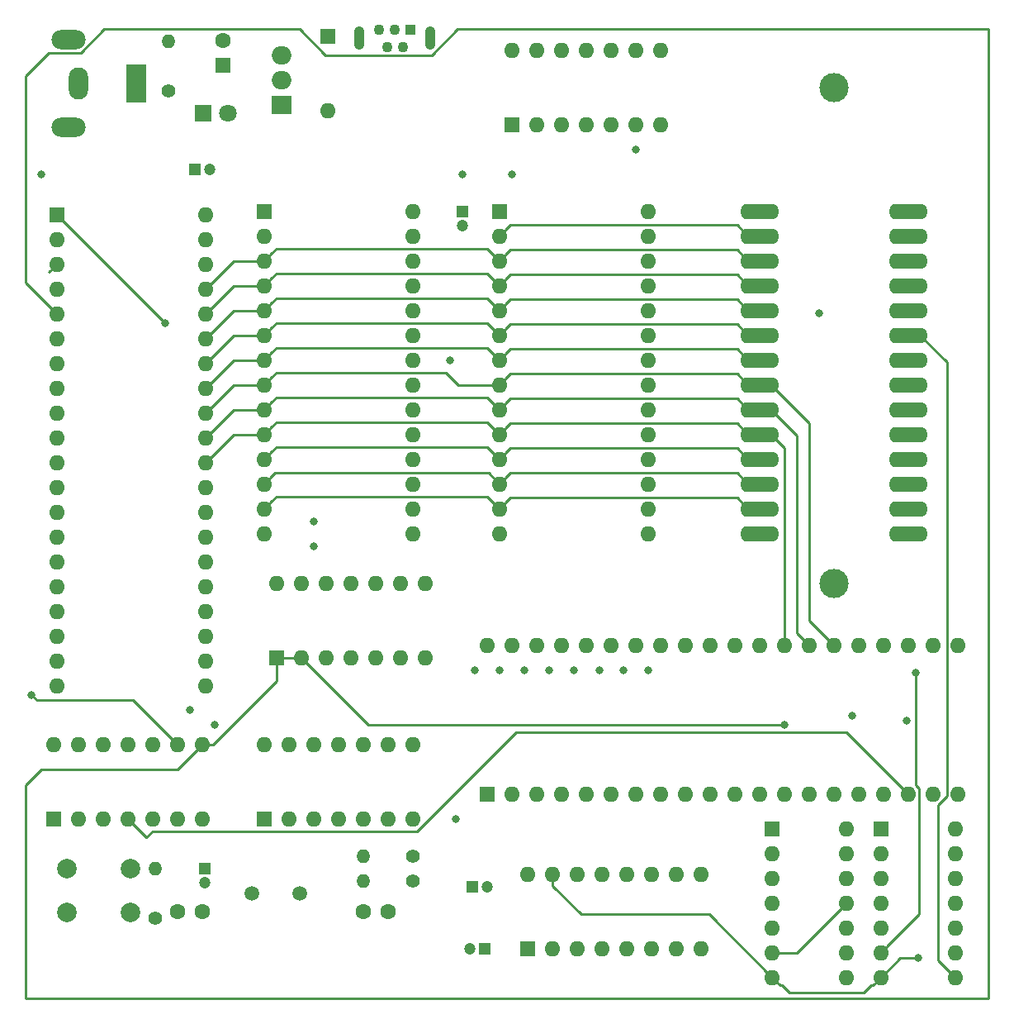
<source format=gbr>
G04 #@! TF.GenerationSoftware,KiCad,Pcbnew,(5.0.0)*
G04 #@! TF.CreationDate,2018-09-23T22:59:08+02:00*
G04 #@! TF.ProjectId,RED_80,5245445F38302E6B696361645F706362,rev?*
G04 #@! TF.SameCoordinates,Original*
G04 #@! TF.FileFunction,Copper,L4,Bot,Signal*
G04 #@! TF.FilePolarity,Positive*
%FSLAX46Y46*%
G04 Gerber Fmt 4.6, Leading zero omitted, Abs format (unit mm)*
G04 Created by KiCad (PCBNEW (5.0.0)) date 09/23/18 22:59:08*
%MOMM*%
%LPD*%
G01*
G04 APERTURE LIST*
G04 #@! TA.AperFunction,ComponentPad*
%ADD10R,2.000000X4.000000*%
G04 #@! TD*
G04 #@! TA.AperFunction,ComponentPad*
%ADD11O,2.000000X3.300000*%
G04 #@! TD*
G04 #@! TA.AperFunction,ComponentPad*
%ADD12O,3.500000X2.000000*%
G04 #@! TD*
G04 #@! TA.AperFunction,ComponentPad*
%ADD13R,1.600000X1.600000*%
G04 #@! TD*
G04 #@! TA.AperFunction,ComponentPad*
%ADD14O,1.600000X1.600000*%
G04 #@! TD*
G04 #@! TA.AperFunction,WasherPad*
%ADD15C,3.000000*%
G04 #@! TD*
G04 #@! TA.AperFunction,ComponentPad*
%ADD16O,4.000000X1.600000*%
G04 #@! TD*
G04 #@! TA.AperFunction,ComponentPad*
%ADD17R,1.200000X1.200000*%
G04 #@! TD*
G04 #@! TA.AperFunction,ComponentPad*
%ADD18C,1.200000*%
G04 #@! TD*
G04 #@! TA.AperFunction,ComponentPad*
%ADD19C,1.400000*%
G04 #@! TD*
G04 #@! TA.AperFunction,ComponentPad*
%ADD20O,1.400000X1.400000*%
G04 #@! TD*
G04 #@! TA.AperFunction,ComponentPad*
%ADD21C,2.000000*%
G04 #@! TD*
G04 #@! TA.AperFunction,ComponentPad*
%ADD22C,1.600000*%
G04 #@! TD*
G04 #@! TA.AperFunction,ComponentPad*
%ADD23C,1.500000*%
G04 #@! TD*
G04 #@! TA.AperFunction,ComponentPad*
%ADD24C,1.800000*%
G04 #@! TD*
G04 #@! TA.AperFunction,ComponentPad*
%ADD25R,1.800000X1.800000*%
G04 #@! TD*
G04 #@! TA.AperFunction,ComponentPad*
%ADD26R,1.100000X1.100000*%
G04 #@! TD*
G04 #@! TA.AperFunction,ComponentPad*
%ADD27C,1.100000*%
G04 #@! TD*
G04 #@! TA.AperFunction,ComponentPad*
%ADD28O,1.100000X2.400000*%
G04 #@! TD*
G04 #@! TA.AperFunction,ComponentPad*
%ADD29R,2.000000X1.905000*%
G04 #@! TD*
G04 #@! TA.AperFunction,ComponentPad*
%ADD30O,2.000000X1.905000*%
G04 #@! TD*
G04 #@! TA.AperFunction,ViaPad*
%ADD31C,0.800000*%
G04 #@! TD*
G04 #@! TA.AperFunction,Conductor*
%ADD32C,0.250000*%
G04 #@! TD*
G04 APERTURE END LIST*
D10*
G04 #@! TO.P,J1,1*
G04 #@! TO.N,/DC_IN*
X113919000Y-56769000D03*
D11*
G04 #@! TO.P,J1,2*
G04 #@! TO.N,GND*
X107919000Y-56769000D03*
D12*
G04 #@! TO.P,J1,MP*
G04 #@! TO.N,N/C*
X106919000Y-52269000D03*
X106919000Y-61269000D03*
G04 #@! TD*
D13*
G04 #@! TO.P,U2,1*
G04 #@! TO.N,/A14*
X127000000Y-69850000D03*
D14*
G04 #@! TO.P,U2,15*
G04 #@! TO.N,/D3*
X142240000Y-102870000D03*
G04 #@! TO.P,U2,2*
G04 #@! TO.N,/A12*
X127000000Y-72390000D03*
G04 #@! TO.P,U2,16*
G04 #@! TO.N,/D4*
X142240000Y-100330000D03*
G04 #@! TO.P,U2,3*
G04 #@! TO.N,/A7*
X127000000Y-74930000D03*
G04 #@! TO.P,U2,17*
G04 #@! TO.N,/D5*
X142240000Y-97790000D03*
G04 #@! TO.P,U2,4*
G04 #@! TO.N,/A6*
X127000000Y-77470000D03*
G04 #@! TO.P,U2,18*
G04 #@! TO.N,/D6*
X142240000Y-95250000D03*
G04 #@! TO.P,U2,5*
G04 #@! TO.N,/A5*
X127000000Y-80010000D03*
G04 #@! TO.P,U2,19*
G04 #@! TO.N,/D7*
X142240000Y-92710000D03*
G04 #@! TO.P,U2,6*
G04 #@! TO.N,/A4*
X127000000Y-82550000D03*
G04 #@! TO.P,U2,20*
G04 #@! TO.N,/RAM_ENABLE*
X142240000Y-90170000D03*
G04 #@! TO.P,U2,7*
G04 #@! TO.N,/A3*
X127000000Y-85090000D03*
G04 #@! TO.P,U2,21*
G04 #@! TO.N,/A10*
X142240000Y-87630000D03*
G04 #@! TO.P,U2,8*
G04 #@! TO.N,/A2*
X127000000Y-87630000D03*
G04 #@! TO.P,U2,22*
G04 #@! TO.N,SIG_MRD*
X142240000Y-85090000D03*
G04 #@! TO.P,U2,9*
G04 #@! TO.N,/A1*
X127000000Y-90170000D03*
G04 #@! TO.P,U2,23*
G04 #@! TO.N,/A11*
X142240000Y-82550000D03*
G04 #@! TO.P,U2,10*
G04 #@! TO.N,/A0*
X127000000Y-92710000D03*
G04 #@! TO.P,U2,24*
G04 #@! TO.N,/A9*
X142240000Y-80010000D03*
G04 #@! TO.P,U2,11*
G04 #@! TO.N,/D0*
X127000000Y-95250000D03*
G04 #@! TO.P,U2,25*
G04 #@! TO.N,/A8*
X142240000Y-77470000D03*
G04 #@! TO.P,U2,12*
G04 #@! TO.N,/D1*
X127000000Y-97790000D03*
G04 #@! TO.P,U2,26*
G04 #@! TO.N,SYS_USER_SELECT*
X142240000Y-74930000D03*
G04 #@! TO.P,U2,13*
G04 #@! TO.N,/D2*
X127000000Y-100330000D03*
G04 #@! TO.P,U2,27*
G04 #@! TO.N,SIG_MWR*
X142240000Y-72390000D03*
G04 #@! TO.P,U2,14*
G04 #@! TO.N,GND*
X127000000Y-102870000D03*
G04 #@! TO.P,U2,28*
G04 #@! TO.N,MAIN_5V*
X142240000Y-69850000D03*
G04 #@! TD*
D13*
G04 #@! TO.P,U11,1*
G04 #@! TO.N,Net-(C7-Pad1)*
X154051000Y-145415000D03*
D14*
G04 #@! TO.P,U11,9*
G04 #@! TO.N,Net-(U11-Pad9)*
X171831000Y-137795000D03*
G04 #@! TO.P,U11,2*
G04 #@! TO.N,Net-(U11-Pad2)*
X156591000Y-145415000D03*
G04 #@! TO.P,U11,10*
G04 #@! TO.N,Net-(U11-Pad10)*
X169291000Y-137795000D03*
G04 #@! TO.P,U11,3*
G04 #@! TO.N,Net-(C7-Pad2)*
X159131000Y-145415000D03*
G04 #@! TO.P,U11,11*
G04 #@! TO.N,Net-(U10-Pad11)*
X166751000Y-137795000D03*
G04 #@! TO.P,U11,4*
G04 #@! TO.N,Net-(C8-Pad1)*
X161671000Y-145415000D03*
G04 #@! TO.P,U11,12*
G04 #@! TO.N,Net-(U10-Pad10)*
X164211000Y-137795000D03*
G04 #@! TO.P,U11,5*
G04 #@! TO.N,Net-(C8-Pad2)*
X164211000Y-145415000D03*
G04 #@! TO.P,U11,13*
G04 #@! TO.N,RS232_RX*
X161671000Y-137795000D03*
G04 #@! TO.P,U11,6*
G04 #@! TO.N,Net-(U11-Pad6)*
X166751000Y-145415000D03*
G04 #@! TO.P,U11,14*
G04 #@! TO.N,RS232_TX*
X159131000Y-137795000D03*
G04 #@! TO.P,U11,7*
G04 #@! TO.N,Net-(U11-Pad7)*
X169291000Y-145415000D03*
G04 #@! TO.P,U11,15*
G04 #@! TO.N,GND*
X156591000Y-137795000D03*
G04 #@! TO.P,U11,8*
G04 #@! TO.N,Net-(U11-Pad8)*
X171831000Y-145415000D03*
G04 #@! TO.P,U11,16*
G04 #@! TO.N,MAIN_5V*
X154051000Y-137795000D03*
G04 #@! TD*
G04 #@! TO.P,U6,28*
G04 #@! TO.N,Net-(U6-Pad28)*
X166370000Y-69850000D03*
G04 #@! TO.P,U6,14*
G04 #@! TO.N,GND*
X151130000Y-102870000D03*
G04 #@! TO.P,U6,27*
G04 #@! TO.N,MAIN_5V*
X166370000Y-72390000D03*
G04 #@! TO.P,U6,13*
G04 #@! TO.N,/D2*
X151130000Y-100330000D03*
G04 #@! TO.P,U6,26*
G04 #@! TO.N,Net-(U6-Pad26)*
X166370000Y-74930000D03*
G04 #@! TO.P,U6,12*
G04 #@! TO.N,/D1*
X151130000Y-97790000D03*
G04 #@! TO.P,U6,25*
G04 #@! TO.N,/A8*
X166370000Y-77470000D03*
G04 #@! TO.P,U6,11*
G04 #@! TO.N,/D0*
X151130000Y-95250000D03*
G04 #@! TO.P,U6,24*
G04 #@! TO.N,/A9*
X166370000Y-80010000D03*
G04 #@! TO.P,U6,10*
G04 #@! TO.N,/A0*
X151130000Y-92710000D03*
G04 #@! TO.P,U6,23*
G04 #@! TO.N,/A11*
X166370000Y-82550000D03*
G04 #@! TO.P,U6,9*
G04 #@! TO.N,/A1*
X151130000Y-90170000D03*
G04 #@! TO.P,U6,22*
G04 #@! TO.N,GND*
X166370000Y-85090000D03*
G04 #@! TO.P,U6,8*
G04 #@! TO.N,/A2*
X151130000Y-87630000D03*
G04 #@! TO.P,U6,21*
G04 #@! TO.N,/A10*
X166370000Y-87630000D03*
G04 #@! TO.P,U6,7*
G04 #@! TO.N,/A3*
X151130000Y-85090000D03*
G04 #@! TO.P,U6,20*
G04 #@! TO.N,SYS_ROM_ENABLE*
X166370000Y-90170000D03*
G04 #@! TO.P,U6,6*
G04 #@! TO.N,/A4*
X151130000Y-82550000D03*
G04 #@! TO.P,U6,19*
G04 #@! TO.N,/D7*
X166370000Y-92710000D03*
G04 #@! TO.P,U6,5*
G04 #@! TO.N,/A5*
X151130000Y-80010000D03*
G04 #@! TO.P,U6,18*
G04 #@! TO.N,/D6*
X166370000Y-95250000D03*
G04 #@! TO.P,U6,4*
G04 #@! TO.N,/A6*
X151130000Y-77470000D03*
G04 #@! TO.P,U6,17*
G04 #@! TO.N,/D5*
X166370000Y-97790000D03*
G04 #@! TO.P,U6,3*
G04 #@! TO.N,/A7*
X151130000Y-74930000D03*
G04 #@! TO.P,U6,16*
G04 #@! TO.N,/D4*
X166370000Y-100330000D03*
G04 #@! TO.P,U6,2*
G04 #@! TO.N,/A12*
X151130000Y-72390000D03*
G04 #@! TO.P,U6,15*
G04 #@! TO.N,/D3*
X166370000Y-102870000D03*
D13*
G04 #@! TO.P,U6,1*
G04 #@! TO.N,Net-(U6-Pad1)*
X151130000Y-69850000D03*
G04 #@! TD*
D15*
G04 #@! TO.P,U7,*
G04 #@! TO.N,*
X185420000Y-107950000D03*
X185420000Y-57150000D03*
D16*
G04 #@! TO.P,U7,14*
G04 #@! TO.N,GND*
X177800000Y-102870000D03*
G04 #@! TO.P,U7,15*
G04 #@! TO.N,/D3*
X193040000Y-102870000D03*
G04 #@! TO.P,U7,13*
G04 #@! TO.N,/D2*
X177800000Y-100330000D03*
G04 #@! TO.P,U7,16*
G04 #@! TO.N,/D4*
X193040000Y-100330000D03*
G04 #@! TO.P,U7,12*
G04 #@! TO.N,/D1*
X177800000Y-97790000D03*
G04 #@! TO.P,U7,17*
G04 #@! TO.N,/D5*
X193040000Y-97790000D03*
G04 #@! TO.P,U7,11*
G04 #@! TO.N,/D0*
X177800000Y-95250000D03*
G04 #@! TO.P,U7,18*
G04 #@! TO.N,/D6*
X193040000Y-95250000D03*
G04 #@! TO.P,U7,10*
G04 #@! TO.N,/A0*
X177800000Y-92710000D03*
G04 #@! TO.P,U7,19*
G04 #@! TO.N,/D7*
X193040000Y-92710000D03*
G04 #@! TO.P,U7,9*
G04 #@! TO.N,/A1*
X177800000Y-90170000D03*
G04 #@! TO.P,U7,20*
G04 #@! TO.N,USER_ROM_ENABLE*
X193040000Y-90170000D03*
G04 #@! TO.P,U7,8*
G04 #@! TO.N,/A2*
X177800000Y-87630000D03*
G04 #@! TO.P,U7,21*
G04 #@! TO.N,/A10*
X193040000Y-87630000D03*
G04 #@! TO.P,U7,7*
G04 #@! TO.N,/A3*
X177800000Y-85090000D03*
G04 #@! TO.P,U7,22*
G04 #@! TO.N,GND*
X193040000Y-85090000D03*
G04 #@! TO.P,U7,6*
G04 #@! TO.N,/A4*
X177800000Y-82550000D03*
G04 #@! TO.P,U7,23*
G04 #@! TO.N,/A11*
X193040000Y-82550000D03*
G04 #@! TO.P,U7,5*
G04 #@! TO.N,/A5*
X177800000Y-80010000D03*
G04 #@! TO.P,U7,24*
G04 #@! TO.N,/A9*
X193040000Y-80010000D03*
G04 #@! TO.P,U7,4*
G04 #@! TO.N,/A6*
X177800000Y-77470000D03*
G04 #@! TO.P,U7,25*
G04 #@! TO.N,/A8*
X193040000Y-77470000D03*
G04 #@! TO.P,U7,3*
G04 #@! TO.N,/A7*
X177800000Y-74930000D03*
G04 #@! TO.P,U7,26*
G04 #@! TO.N,Net-(U7-Pad26)*
X193040000Y-74930000D03*
G04 #@! TO.P,U7,2*
G04 #@! TO.N,/A12*
X177800000Y-72390000D03*
G04 #@! TO.P,U7,27*
G04 #@! TO.N,MAIN_5V*
X193040000Y-72390000D03*
G04 #@! TO.P,U7,1*
G04 #@! TO.N,Net-(U7-Pad1)*
X177800000Y-69850000D03*
G04 #@! TO.P,U7,28*
G04 #@! TO.N,Net-(U7-Pad28)*
X193040000Y-69850000D03*
G04 #@! TD*
D13*
G04 #@! TO.P,U1,1*
G04 #@! TO.N,/A11*
X105715001Y-70205001D03*
D14*
G04 #@! TO.P,U1,21*
G04 #@! TO.N,Net-(U1-Pad21)*
X120955001Y-118465001D03*
G04 #@! TO.P,U1,2*
G04 #@! TO.N,/A12*
X105715001Y-72745001D03*
G04 #@! TO.P,U1,22*
G04 #@! TO.N,Net-(U1-Pad22)*
X120955001Y-115925001D03*
G04 #@! TO.P,U1,3*
G04 #@! TO.N,SYS_USER_SELECT*
X105715001Y-75285001D03*
G04 #@! TO.P,U1,23*
G04 #@! TO.N,Net-(U1-Pad23)*
X120955001Y-113385001D03*
G04 #@! TO.P,U1,4*
G04 #@! TO.N,/A14*
X105715001Y-77825001D03*
G04 #@! TO.P,U1,24*
G04 #@! TO.N,Net-(U1-Pad24)*
X120955001Y-110845001D03*
G04 #@! TO.P,U1,5*
G04 #@! TO.N,/A15*
X105715001Y-80365001D03*
G04 #@! TO.P,U1,25*
G04 #@! TO.N,Net-(U1-Pad25)*
X120955001Y-108305001D03*
G04 #@! TO.P,U1,6*
G04 #@! TO.N,CPU_CLK*
X105715001Y-82905001D03*
G04 #@! TO.P,U1,26*
G04 #@! TO.N,SIG_RST*
X120955001Y-105765001D03*
G04 #@! TO.P,U1,7*
G04 #@! TO.N,/D4*
X105715001Y-85445001D03*
G04 #@! TO.P,U1,27*
G04 #@! TO.N,Net-(U1-Pad27)*
X120955001Y-103225001D03*
G04 #@! TO.P,U1,8*
G04 #@! TO.N,/D3*
X105715001Y-87985001D03*
G04 #@! TO.P,U1,28*
G04 #@! TO.N,Net-(U1-Pad28)*
X120955001Y-100685001D03*
G04 #@! TO.P,U1,9*
G04 #@! TO.N,/D5*
X105715001Y-90525001D03*
G04 #@! TO.P,U1,29*
G04 #@! TO.N,GND*
X120955001Y-98145001D03*
G04 #@! TO.P,U1,10*
G04 #@! TO.N,/D6*
X105715001Y-93065001D03*
G04 #@! TO.P,U1,30*
G04 #@! TO.N,/A0*
X120955001Y-95605001D03*
G04 #@! TO.P,U1,11*
G04 #@! TO.N,MAIN_5V*
X105715001Y-95605001D03*
G04 #@! TO.P,U1,31*
G04 #@! TO.N,/A1*
X120955001Y-93065001D03*
G04 #@! TO.P,U1,12*
G04 #@! TO.N,/D2*
X105715001Y-98145001D03*
G04 #@! TO.P,U1,32*
G04 #@! TO.N,/A2*
X120955001Y-90525001D03*
G04 #@! TO.P,U1,13*
G04 #@! TO.N,/D7*
X105715001Y-100685001D03*
G04 #@! TO.P,U1,33*
G04 #@! TO.N,/A3*
X120955001Y-87985001D03*
G04 #@! TO.P,U1,14*
G04 #@! TO.N,/D0*
X105715001Y-103225001D03*
G04 #@! TO.P,U1,34*
G04 #@! TO.N,/A4*
X120955001Y-85445001D03*
G04 #@! TO.P,U1,15*
G04 #@! TO.N,/D1*
X105715001Y-105765001D03*
G04 #@! TO.P,U1,35*
G04 #@! TO.N,/A5*
X120955001Y-82905001D03*
G04 #@! TO.P,U1,16*
G04 #@! TO.N,Net-(U1-Pad16)*
X105715001Y-108305001D03*
G04 #@! TO.P,U1,36*
G04 #@! TO.N,/A6*
X120955001Y-80365001D03*
G04 #@! TO.P,U1,17*
G04 #@! TO.N,Net-(U1-Pad17)*
X105715001Y-110845001D03*
G04 #@! TO.P,U1,37*
G04 #@! TO.N,/A7*
X120955001Y-77825001D03*
G04 #@! TO.P,U1,18*
G04 #@! TO.N,Net-(U1-Pad18)*
X105715001Y-113385001D03*
G04 #@! TO.P,U1,38*
G04 #@! TO.N,/A8*
X120955001Y-75285001D03*
G04 #@! TO.P,U1,19*
G04 #@! TO.N,Net-(U1-Pad19)*
X105715001Y-115925001D03*
G04 #@! TO.P,U1,39*
G04 #@! TO.N,/A9*
X120955001Y-72745001D03*
G04 #@! TO.P,U1,20*
G04 #@! TO.N,Net-(U1-Pad20)*
X105715001Y-118465001D03*
G04 #@! TO.P,U1,40*
G04 #@! TO.N,/A10*
X120955001Y-70205001D03*
G04 #@! TD*
D13*
G04 #@! TO.P,U5,1*
G04 #@! TO.N,Net-(C3-Pad1)*
X127000000Y-132080000D03*
D14*
G04 #@! TO.P,U5,8*
G04 #@! TO.N,N/C*
X142240000Y-124460000D03*
G04 #@! TO.P,U5,2*
G04 #@! TO.N,SIG_RST*
X129540000Y-132080000D03*
G04 #@! TO.P,U5,9*
G04 #@! TO.N,N/C*
X139700000Y-124460000D03*
G04 #@! TO.P,U5,3*
G04 #@! TO.N,Net-(C4-Pad1)*
X132080000Y-132080000D03*
G04 #@! TO.P,U5,10*
G04 #@! TO.N,N/C*
X137160000Y-124460000D03*
G04 #@! TO.P,U5,4*
G04 #@! TO.N,Net-(R2-Pad1)*
X134620000Y-132080000D03*
G04 #@! TO.P,U5,11*
G04 #@! TO.N,N/C*
X134620000Y-124460000D03*
G04 #@! TO.P,U5,5*
G04 #@! TO.N,Net-(R2-Pad1)*
X137160000Y-132080000D03*
G04 #@! TO.P,U5,12*
G04 #@! TO.N,N/C*
X132080000Y-124460000D03*
G04 #@! TO.P,U5,6*
G04 #@! TO.N,CPU_CLK*
X139700000Y-132080000D03*
G04 #@! TO.P,U5,13*
G04 #@! TO.N,N/C*
X129540000Y-124460000D03*
G04 #@! TO.P,U5,7*
G04 #@! TO.N,GND*
X142240000Y-132080000D03*
G04 #@! TO.P,U5,14*
G04 #@! TO.N,MAIN_5V*
X127000000Y-124460000D03*
G04 #@! TD*
D13*
G04 #@! TO.P,U4,1*
G04 #@! TO.N,Net-(U1-Pad19)*
X105410000Y-132080000D03*
D14*
G04 #@! TO.P,U4,8*
G04 #@! TO.N,/A15*
X120650000Y-124460000D03*
G04 #@! TO.P,U4,2*
G04 #@! TO.N,Net-(U1-Pad21)*
X107950000Y-132080000D03*
G04 #@! TO.P,U4,9*
G04 #@! TO.N,/A14*
X118110000Y-124460000D03*
G04 #@! TO.P,U4,3*
G04 #@! TO.N,SIG_MRD*
X110490000Y-132080000D03*
G04 #@! TO.P,U4,10*
G04 #@! TO.N,Net-(U4-Pad10)*
X115570000Y-124460000D03*
G04 #@! TO.P,U4,4*
G04 #@! TO.N,SIG_MWR*
X113030000Y-132080000D03*
G04 #@! TO.P,U4,11*
G04 #@! TO.N,ROM_BANK_ON*
X113030000Y-124460000D03*
G04 #@! TO.P,U4,5*
G04 #@! TO.N,Net-(U1-Pad22)*
X115570000Y-132080000D03*
G04 #@! TO.P,U4,12*
G04 #@! TO.N,SIG_MRD*
X110490000Y-124460000D03*
G04 #@! TO.P,U4,6*
G04 #@! TO.N,Net-(U1-Pad19)*
X118110000Y-132080000D03*
G04 #@! TO.P,U4,13*
G04 #@! TO.N,Net-(U4-Pad10)*
X107950000Y-124460000D03*
G04 #@! TO.P,U4,7*
G04 #@! TO.N,GND*
X120650000Y-132080000D03*
G04 #@! TO.P,U4,14*
G04 #@! TO.N,MAIN_5V*
X105410000Y-124460000D03*
G04 #@! TD*
D17*
G04 #@! TO.P,C1,1*
G04 #@! TO.N,MAIN_5V*
X119888000Y-65532000D03*
D18*
G04 #@! TO.P,C1,2*
G04 #@! TO.N,GND*
X121388000Y-65532000D03*
G04 #@! TD*
D17*
G04 #@! TO.P,C2,1*
G04 #@! TO.N,MAIN_5V*
X147320000Y-69850000D03*
D18*
G04 #@! TO.P,C2,2*
G04 #@! TO.N,GND*
X147320000Y-71350000D03*
G04 #@! TD*
D13*
G04 #@! TO.P,U3,1*
G04 #@! TO.N,/A15*
X128270000Y-115570000D03*
D14*
G04 #@! TO.P,U3,8*
G04 #@! TO.N,Net-(U13-Pad6)*
X143510000Y-107950000D03*
G04 #@! TO.P,U3,2*
G04 #@! TO.N,/A15*
X130810000Y-115570000D03*
G04 #@! TO.P,U3,9*
G04 #@! TO.N,Net-(U13-Pad6)*
X140970000Y-107950000D03*
G04 #@! TO.P,U3,3*
G04 #@! TO.N,/RAM_ENABLE*
X133350000Y-115570000D03*
G04 #@! TO.P,U3,10*
G04 #@! TO.N,Net-(U10-Pad12)*
X138430000Y-107950000D03*
G04 #@! TO.P,U3,4*
G04 #@! TO.N,/USER_ROM_SELECTED*
X135890000Y-115570000D03*
G04 #@! TO.P,U3,11*
G04 #@! TO.N,N/C*
X135890000Y-107950000D03*
G04 #@! TO.P,U3,5*
G04 #@! TO.N,SYS_USER_SELECT*
X138430000Y-115570000D03*
G04 #@! TO.P,U3,12*
G04 #@! TO.N,N/C*
X133350000Y-107950000D03*
G04 #@! TO.P,U3,6*
G04 #@! TO.N,SYS_USER_SELECT*
X140970000Y-115570000D03*
G04 #@! TO.P,U3,13*
G04 #@! TO.N,N/C*
X130810000Y-107950000D03*
G04 #@! TO.P,U3,7*
G04 #@! TO.N,GND*
X143510000Y-115570000D03*
G04 #@! TO.P,U3,14*
G04 #@! TO.N,MAIN_5V*
X128270000Y-107950000D03*
G04 #@! TD*
D17*
G04 #@! TO.P,C3,1*
G04 #@! TO.N,Net-(C3-Pad1)*
X120904000Y-137160000D03*
D18*
G04 #@! TO.P,C3,2*
G04 #@! TO.N,GND*
X120904000Y-138660000D03*
G04 #@! TD*
D19*
G04 #@! TO.P,R1,1*
G04 #@! TO.N,MAIN_5V*
X115824000Y-142240000D03*
D20*
G04 #@! TO.P,R1,2*
G04 #@! TO.N,Net-(C3-Pad1)*
X115824000Y-137160000D03*
G04 #@! TD*
D21*
G04 #@! TO.P,SW1,2*
G04 #@! TO.N,GND*
X106784000Y-141660000D03*
G04 #@! TO.P,SW1,1*
G04 #@! TO.N,Net-(C3-Pad1)*
X106784000Y-137160000D03*
G04 #@! TO.P,SW1,2*
G04 #@! TO.N,GND*
X113284000Y-141660000D03*
G04 #@! TO.P,SW1,1*
G04 #@! TO.N,Net-(C3-Pad1)*
X113284000Y-137160000D03*
G04 #@! TD*
D22*
G04 #@! TO.P,C4,1*
G04 #@! TO.N,Net-(C4-Pad1)*
X120650000Y-141605000D03*
G04 #@! TO.P,C4,2*
G04 #@! TO.N,GND*
X118150000Y-141605000D03*
G04 #@! TD*
G04 #@! TO.P,C5,2*
G04 #@! TO.N,GND*
X139660000Y-141605000D03*
G04 #@! TO.P,C5,1*
G04 #@! TO.N,Net-(C5-Pad1)*
X137160000Y-141605000D03*
G04 #@! TD*
D19*
G04 #@! TO.P,R2,1*
G04 #@! TO.N,Net-(R2-Pad1)*
X142240000Y-135890000D03*
D20*
G04 #@! TO.P,R2,2*
G04 #@! TO.N,Net-(C4-Pad1)*
X137160000Y-135890000D03*
G04 #@! TD*
G04 #@! TO.P,R3,2*
G04 #@! TO.N,Net-(C5-Pad1)*
X137160000Y-138430000D03*
D19*
G04 #@! TO.P,R3,1*
G04 #@! TO.N,Net-(R2-Pad1)*
X142240000Y-138430000D03*
G04 #@! TD*
D23*
G04 #@! TO.P,Y1,1*
G04 #@! TO.N,Net-(C4-Pad1)*
X125730000Y-139700000D03*
G04 #@! TO.P,Y1,2*
G04 #@! TO.N,Net-(C5-Pad1)*
X130630000Y-139700000D03*
G04 #@! TD*
D13*
G04 #@! TO.P,U8,1*
G04 #@! TO.N,ROM_BANK_ON*
X152400000Y-60960000D03*
D14*
G04 #@! TO.P,U8,8*
G04 #@! TO.N,N/C*
X167640000Y-53340000D03*
G04 #@! TO.P,U8,2*
G04 #@! TO.N,SYS_USER_SELECT*
X154940000Y-60960000D03*
G04 #@! TO.P,U8,9*
G04 #@! TO.N,N/C*
X165100000Y-53340000D03*
G04 #@! TO.P,U8,3*
G04 #@! TO.N,SYS_ROM_ENABLE*
X157480000Y-60960000D03*
G04 #@! TO.P,U8,10*
G04 #@! TO.N,N/C*
X162560000Y-53340000D03*
G04 #@! TO.P,U8,4*
G04 #@! TO.N,USER_ROM_ENABLE*
X160020000Y-60960000D03*
G04 #@! TO.P,U8,11*
G04 #@! TO.N,N/C*
X160020000Y-53340000D03*
G04 #@! TO.P,U8,5*
G04 #@! TO.N,ROM_BANK_ON*
X162560000Y-60960000D03*
G04 #@! TO.P,U8,12*
G04 #@! TO.N,N/C*
X157480000Y-53340000D03*
G04 #@! TO.P,U8,6*
G04 #@! TO.N,/USER_ROM_SELECTED*
X165100000Y-60960000D03*
G04 #@! TO.P,U8,13*
G04 #@! TO.N,N/C*
X154940000Y-53340000D03*
G04 #@! TO.P,U8,7*
G04 #@! TO.N,GND*
X167640000Y-60960000D03*
G04 #@! TO.P,U8,14*
G04 #@! TO.N,MAIN_5V*
X152400000Y-53340000D03*
G04 #@! TD*
D13*
G04 #@! TO.P,C6,1*
G04 #@! TO.N,/DC_IN*
X122745500Y-54864000D03*
D22*
G04 #@! TO.P,C6,2*
G04 #@! TO.N,GND*
X122745500Y-52364000D03*
G04 #@! TD*
D24*
G04 #@! TO.P,D1,2*
G04 #@! TO.N,MIAN_5V*
X123317000Y-59817000D03*
D25*
G04 #@! TO.P,D1,1*
G04 #@! TO.N,Net-(D1-Pad1)*
X120777000Y-59817000D03*
G04 #@! TD*
D26*
G04 #@! TO.P,J2,1*
G04 #@! TO.N,/DC+5*
X141986000Y-51244500D03*
D27*
G04 #@! TO.P,J2,2*
G04 #@! TO.N,Net-(J2-Pad2)*
X141186000Y-52994500D03*
G04 #@! TO.P,J2,3*
G04 #@! TO.N,Net-(J2-Pad3)*
X140386000Y-51244500D03*
G04 #@! TO.P,J2,4*
G04 #@! TO.N,Net-(J2-Pad4)*
X139586000Y-52994500D03*
G04 #@! TO.P,J2,5*
G04 #@! TO.N,GND*
X138786000Y-51244500D03*
D28*
G04 #@! TO.P,J2,6*
X144036000Y-52119500D03*
X136736000Y-52119500D03*
G04 #@! TD*
D20*
G04 #@! TO.P,R4,2*
G04 #@! TO.N,GND*
X117157500Y-52451000D03*
D19*
G04 #@! TO.P,R4,1*
G04 #@! TO.N,Net-(D1-Pad1)*
X117157500Y-57531000D03*
G04 #@! TD*
D13*
G04 #@! TO.P,SW2,1*
G04 #@! TO.N,/DC+5*
X133540500Y-51943000D03*
D14*
G04 #@! TO.P,SW2,2*
G04 #@! TO.N,MIAN_5V*
X133540500Y-59563000D03*
G04 #@! TD*
D29*
G04 #@! TO.P,U9,1*
G04 #@! TO.N,/DC_IN*
X128778000Y-58928000D03*
D30*
G04 #@! TO.P,U9,2*
G04 #@! TO.N,GND*
X128778000Y-56388000D03*
G04 #@! TO.P,U9,3*
G04 #@! TO.N,/DC+5*
X128778000Y-53848000D03*
G04 #@! TD*
D17*
G04 #@! TO.P,C7,1*
G04 #@! TO.N,Net-(C7-Pad1)*
X149606000Y-145415000D03*
D18*
G04 #@! TO.P,C7,2*
G04 #@! TO.N,Net-(C7-Pad2)*
X148106000Y-145415000D03*
G04 #@! TD*
G04 #@! TO.P,C8,2*
G04 #@! TO.N,Net-(C8-Pad2)*
X149836000Y-139065000D03*
D17*
G04 #@! TO.P,C8,1*
G04 #@! TO.N,Net-(C8-Pad1)*
X148336000Y-139065000D03*
G04 #@! TD*
D13*
G04 #@! TO.P,U10,1*
G04 #@! TO.N,/D0*
X149860000Y-129540000D03*
D14*
G04 #@! TO.P,U10,21*
G04 #@! TO.N,SIG_MRD*
X198120000Y-114300000D03*
G04 #@! TO.P,U10,2*
G04 #@! TO.N,/D1*
X152400000Y-129540000D03*
G04 #@! TO.P,U10,22*
G04 #@! TO.N,GND*
X195580000Y-114300000D03*
G04 #@! TO.P,U10,3*
G04 #@! TO.N,/D2*
X154940000Y-129540000D03*
G04 #@! TO.P,U10,23*
G04 #@! TO.N,Net-(U10-Pad23)*
X193040000Y-114300000D03*
G04 #@! TO.P,U10,4*
G04 #@! TO.N,/D3*
X157480000Y-129540000D03*
G04 #@! TO.P,U10,24*
G04 #@! TO.N,Net-(U10-Pad24)*
X190500000Y-114300000D03*
G04 #@! TO.P,U10,5*
G04 #@! TO.N,/D4*
X160020000Y-129540000D03*
G04 #@! TO.P,U10,25*
G04 #@! TO.N,GND*
X187960000Y-114300000D03*
G04 #@! TO.P,U10,6*
G04 #@! TO.N,/D5*
X162560000Y-129540000D03*
G04 #@! TO.P,U10,26*
G04 #@! TO.N,/A2*
X185420000Y-114300000D03*
G04 #@! TO.P,U10,7*
G04 #@! TO.N,/D6*
X165100000Y-129540000D03*
G04 #@! TO.P,U10,27*
G04 #@! TO.N,/A1*
X182880000Y-114300000D03*
G04 #@! TO.P,U10,8*
G04 #@! TO.N,/D7*
X167640000Y-129540000D03*
G04 #@! TO.P,U10,28*
G04 #@! TO.N,/A0*
X180340000Y-114300000D03*
G04 #@! TO.P,U10,9*
G04 #@! TO.N,Net-(U10-Pad15)*
X170180000Y-129540000D03*
G04 #@! TO.P,U10,29*
G04 #@! TO.N,Net-(U10-Pad29)*
X177800000Y-114300000D03*
G04 #@! TO.P,U10,10*
G04 #@! TO.N,Net-(U10-Pad10)*
X172720000Y-129540000D03*
G04 #@! TO.P,U10,30*
G04 #@! TO.N,Net-(U10-Pad30)*
X175260000Y-114300000D03*
G04 #@! TO.P,U10,11*
G04 #@! TO.N,Net-(U10-Pad11)*
X175260000Y-129540000D03*
G04 #@! TO.P,U10,31*
G04 #@! TO.N,Net-(U10-Pad31)*
X172720000Y-114300000D03*
G04 #@! TO.P,U10,12*
G04 #@! TO.N,Net-(U10-Pad12)*
X177800000Y-129540000D03*
G04 #@! TO.P,U10,32*
G04 #@! TO.N,Net-(U10-Pad32)*
X170180000Y-114300000D03*
G04 #@! TO.P,U10,13*
G04 #@! TO.N,/A14*
X180340000Y-129540000D03*
G04 #@! TO.P,U10,33*
G04 #@! TO.N,Net-(U10-Pad33)*
X167640000Y-114300000D03*
G04 #@! TO.P,U10,14*
G04 #@! TO.N,/A15*
X182880000Y-129540000D03*
G04 #@! TO.P,U10,34*
G04 #@! TO.N,Net-(U10-Pad34)*
X165100000Y-114300000D03*
G04 #@! TO.P,U10,15*
G04 #@! TO.N,Net-(U10-Pad15)*
X185420000Y-129540000D03*
G04 #@! TO.P,U10,35*
G04 #@! TO.N,Net-(U10-Pad35)*
X162560000Y-114300000D03*
G04 #@! TO.P,U10,16*
G04 #@! TO.N,Net-(U10-Pad16)*
X187960000Y-129540000D03*
G04 #@! TO.P,U10,36*
G04 #@! TO.N,Net-(U10-Pad36)*
X160020000Y-114300000D03*
G04 #@! TO.P,U10,17*
G04 #@! TO.N,Net-(U10-Pad17)*
X190500000Y-129540000D03*
G04 #@! TO.P,U10,37*
G04 #@! TO.N,Net-(U10-Pad37)*
X157480000Y-114300000D03*
G04 #@! TO.P,U10,18*
G04 #@! TO.N,SIG_MWR*
X193040000Y-129540000D03*
G04 #@! TO.P,U10,38*
G04 #@! TO.N,Net-(U10-Pad38)*
X154940000Y-114300000D03*
G04 #@! TO.P,U10,19*
G04 #@! TO.N,GND*
X195580000Y-129540000D03*
G04 #@! TO.P,U10,39*
G04 #@! TO.N,Net-(U10-Pad39)*
X152400000Y-114300000D03*
G04 #@! TO.P,U10,20*
G04 #@! TO.N,GND*
X198120000Y-129540000D03*
G04 #@! TO.P,U10,40*
G04 #@! TO.N,MAIN_5V*
X149860000Y-114300000D03*
G04 #@! TD*
G04 #@! TO.P,U12,14*
G04 #@! TO.N,MAIN_5V*
X186700816Y-133084329D03*
G04 #@! TO.P,U12,7*
G04 #@! TO.N,GND*
X179080816Y-148324329D03*
G04 #@! TO.P,U12,13*
G04 #@! TO.N,/A9*
X186700816Y-135624329D03*
G04 #@! TO.P,U12,6*
G04 #@! TO.N,Net-(U12-Pad11)*
X179080816Y-145784329D03*
G04 #@! TO.P,U12,12*
G04 #@! TO.N,/A8*
X186700816Y-138164329D03*
G04 #@! TO.P,U12,5*
G04 #@! TO.N,/A7*
X179080816Y-143244329D03*
G04 #@! TO.P,U12,11*
G04 #@! TO.N,Net-(U12-Pad11)*
X186700816Y-140704329D03*
G04 #@! TO.P,U12,4*
G04 #@! TO.N,/A6*
X179080816Y-140704329D03*
G04 #@! TO.P,U12,10*
G04 #@! TO.N,Net-(U12-Pad10)*
X186700816Y-143244329D03*
G04 #@! TO.P,U12,3*
G04 #@! TO.N,Net-(U12-Pad3)*
X179080816Y-138164329D03*
G04 #@! TO.P,U12,9*
X186700816Y-145784329D03*
G04 #@! TO.P,U12,2*
G04 #@! TO.N,/A4*
X179080816Y-135624329D03*
G04 #@! TO.P,U12,8*
G04 #@! TO.N,/A5*
X186700816Y-148324329D03*
D13*
G04 #@! TO.P,U12,1*
G04 #@! TO.N,/A3*
X179080816Y-133084329D03*
G04 #@! TD*
G04 #@! TO.P,U13,1*
G04 #@! TO.N,Net-(U12-Pad10)*
X190205815Y-133084329D03*
D14*
G04 #@! TO.P,U13,8*
G04 #@! TO.N,/A11*
X197825815Y-148324329D03*
G04 #@! TO.P,U13,2*
G04 #@! TO.N,/A10*
X190205815Y-135624329D03*
G04 #@! TO.P,U13,9*
G04 #@! TO.N,Net-(U13-Pad3)*
X197825815Y-145784329D03*
G04 #@! TO.P,U13,3*
X190205815Y-138164329D03*
G04 #@! TO.P,U13,10*
G04 #@! TO.N,N/C*
X197825815Y-143244329D03*
G04 #@! TO.P,U13,4*
G04 #@! TO.N,/A12*
X190205815Y-140704329D03*
G04 #@! TO.P,U13,11*
G04 #@! TO.N,N/C*
X197825815Y-140704329D03*
G04 #@! TO.P,U13,5*
G04 #@! TO.N,SYS_USER_SELECT*
X190205815Y-143244329D03*
G04 #@! TO.P,U13,12*
G04 #@! TO.N,N/C*
X197825815Y-138164329D03*
G04 #@! TO.P,U13,6*
G04 #@! TO.N,Net-(U13-Pad6)*
X190205815Y-145784329D03*
G04 #@! TO.P,U13,13*
G04 #@! TO.N,N/C*
X197825815Y-135624329D03*
G04 #@! TO.P,U13,7*
G04 #@! TO.N,GND*
X190205815Y-148324329D03*
G04 #@! TO.P,U13,14*
G04 #@! TO.N,MAIN_5V*
X197825815Y-133084329D03*
G04 #@! TD*
D31*
G04 #@! TO.N,GND*
X132080000Y-101600000D03*
X132080000Y-104140000D03*
X165100000Y-63500000D03*
X187325000Y-121539000D03*
X192913000Y-122047000D03*
X119380000Y-120904000D03*
X194056000Y-146304000D03*
X121920000Y-122428000D03*
G04 #@! TO.N,MAIN_5V*
X147320000Y-66040000D03*
X152400000Y-66040000D03*
G04 #@! TO.N,/A11*
X116840000Y-81280000D03*
G04 #@! TO.N,/A14*
X103124000Y-119379980D03*
G04 #@! TO.N,/A15*
X180340000Y-122428000D03*
G04 #@! TO.N,/D4*
X158750000Y-116840000D03*
G04 #@! TO.N,/D3*
X156210000Y-116839990D03*
G04 #@! TO.N,/D5*
X161370862Y-116871091D03*
G04 #@! TO.N,/D6*
X163830000Y-116840000D03*
G04 #@! TO.N,/D2*
X153670000Y-116840008D03*
G04 #@! TO.N,/D7*
X166370000Y-116839998D03*
G04 #@! TO.N,/D0*
X148590000Y-116840000D03*
G04 #@! TO.N,/D1*
X151130000Y-116840000D03*
G04 #@! TO.N,/A5*
X183896000Y-80264000D03*
G04 #@! TO.N,SIG_MRD*
X146050058Y-85090000D03*
X146685000Y-132080000D03*
G04 #@! TO.N,SIG_MWR*
X104140000Y-66040000D03*
G04 #@! TO.N,Net-(U13-Pad6)*
X193802000Y-117094000D03*
G04 #@! TD*
D32*
G04 #@! TO.N,GND*
X156591000Y-138926370D02*
X159523630Y-141859000D01*
X156591000Y-137795000D02*
X156591000Y-138926370D01*
X172615487Y-141859000D02*
X179080816Y-148324329D01*
X159523630Y-141859000D02*
X172615487Y-141859000D01*
X192226144Y-146304000D02*
X190205815Y-148324329D01*
X194056000Y-146304000D02*
X192226144Y-146304000D01*
X189405816Y-149124328D02*
X190205815Y-148324329D01*
X179880815Y-149124328D02*
X180112328Y-149124328D01*
X179080816Y-148324329D02*
X179880815Y-149124328D01*
X180112328Y-149124328D02*
X180848000Y-149860000D01*
X180848000Y-149860000D02*
X188468000Y-149860000D01*
X188468000Y-149860000D02*
X189203672Y-149124328D01*
X189203672Y-149124328D02*
X189405816Y-149124328D01*
G04 #@! TO.N,/A11*
X105765001Y-70205001D02*
X105715001Y-70205001D01*
X116840000Y-81280000D02*
X105765001Y-70205001D01*
X194240000Y-82550000D02*
X193040000Y-82550000D01*
X196994999Y-85304999D02*
X194240000Y-82550000D01*
X196994999Y-129758002D02*
X196994999Y-85304999D01*
X196088000Y-130665001D02*
X196994999Y-129758002D01*
X196088000Y-146586514D02*
X196088000Y-130665001D01*
X197825815Y-148324329D02*
X196088000Y-146586514D01*
G04 #@! TO.N,/A12*
X151929999Y-71590001D02*
X151130000Y-72390000D01*
X152255001Y-71264999D02*
X151929999Y-71590001D01*
X175474999Y-71264999D02*
X152255001Y-71264999D01*
X176600000Y-72390000D02*
X175474999Y-71264999D01*
X177800000Y-72390000D02*
X176600000Y-72390000D01*
G04 #@! TO.N,/A14*
X103632020Y-119888000D02*
X103523999Y-119779979D01*
X113538000Y-119888000D02*
X103632020Y-119888000D01*
X118110000Y-124460000D02*
X113538000Y-119888000D01*
X103523999Y-119779979D02*
X103124000Y-119379980D01*
G04 #@! TO.N,/A15*
X130810000Y-115570000D02*
X128270000Y-115570000D01*
X137668000Y-122428000D02*
X180340000Y-122428000D01*
X130810000Y-115570000D02*
X137668000Y-122428000D01*
X128270000Y-115570000D02*
X128270000Y-117971370D01*
X128270000Y-117971370D02*
X121781370Y-124460000D01*
X121781370Y-124460000D02*
X120650000Y-124460000D01*
X118110000Y-127000000D02*
X104140000Y-127000000D01*
X133281999Y-53869501D02*
X130612508Y-51200010D01*
X102508010Y-55988010D02*
X102508010Y-77158010D01*
X144173450Y-53869501D02*
X133281999Y-53869501D01*
X130612508Y-51200010D02*
X110611837Y-51200010D01*
X201275990Y-51200010D02*
X146842941Y-51200010D01*
X120650000Y-124460000D02*
X118110000Y-127000000D01*
X146842941Y-51200010D02*
X144173450Y-53869501D01*
X102508010Y-77158010D02*
X105715001Y-80365001D01*
X110611837Y-51200010D02*
X108217837Y-53594010D01*
X104140000Y-127000000D02*
X102508010Y-128631990D01*
X108217837Y-53594010D02*
X104902010Y-53594010D01*
X102508010Y-128631990D02*
X102508010Y-150475990D01*
X104902010Y-53594010D02*
X102508010Y-55988010D01*
X102508010Y-150475990D02*
X201275990Y-150475990D01*
X201275990Y-150475990D02*
X201275990Y-51200010D01*
G04 #@! TO.N,/D4*
X193040000Y-100330000D02*
X192040000Y-100330000D01*
G04 #@! TO.N,/A0*
X151929999Y-91910001D02*
X151130000Y-92710000D01*
X152255001Y-91584999D02*
X151929999Y-91910001D01*
X175474999Y-91584999D02*
X152255001Y-91584999D01*
X176600000Y-92710000D02*
X175474999Y-91584999D01*
X177800000Y-92710000D02*
X176600000Y-92710000D01*
X127799999Y-91910001D02*
X127000000Y-92710000D01*
X128270000Y-91440000D02*
X127799999Y-91910001D01*
X149860000Y-91440000D02*
X128270000Y-91440000D01*
X151130000Y-92710000D02*
X149860000Y-91440000D01*
X123850002Y-92710000D02*
X120955001Y-95605001D01*
X127000000Y-92710000D02*
X123850002Y-92710000D01*
X179000000Y-92710000D02*
X177800000Y-92710000D01*
X180340000Y-94050000D02*
X179000000Y-92710000D01*
X180340000Y-114300000D02*
X180340000Y-94050000D01*
G04 #@! TO.N,/A1*
X151929999Y-89370001D02*
X151130000Y-90170000D01*
X152255001Y-89044999D02*
X151929999Y-89370001D01*
X175474999Y-89044999D02*
X152255001Y-89044999D01*
X176600000Y-90170000D02*
X175474999Y-89044999D01*
X177800000Y-90170000D02*
X176600000Y-90170000D01*
X127799999Y-89370001D02*
X127000000Y-90170000D01*
X128270000Y-88900000D02*
X127799999Y-89370001D01*
X149860000Y-88900000D02*
X128270000Y-88900000D01*
X151130000Y-90170000D02*
X149860000Y-88900000D01*
X123850002Y-90170000D02*
X120955001Y-93065001D01*
X127000000Y-90170000D02*
X123850002Y-90170000D01*
X179000000Y-90170000D02*
X181610000Y-92780000D01*
X177800000Y-90170000D02*
X179000000Y-90170000D01*
X181610000Y-113030000D02*
X182880000Y-114300000D01*
X181610000Y-92780000D02*
X181610000Y-113030000D01*
G04 #@! TO.N,/D2*
X151929999Y-99530001D02*
X151130000Y-100330000D01*
X152255001Y-99204999D02*
X151929999Y-99530001D01*
X175474999Y-99204999D02*
X152255001Y-99204999D01*
X176600000Y-100330000D02*
X175474999Y-99204999D01*
X177800000Y-100330000D02*
X176600000Y-100330000D01*
X127799999Y-99530001D02*
X127000000Y-100330000D01*
X128270000Y-99060000D02*
X127799999Y-99530001D01*
X149860000Y-99060000D02*
X128270000Y-99060000D01*
X151130000Y-100330000D02*
X149860000Y-99060000D01*
G04 #@! TO.N,/A2*
X151929999Y-86830001D02*
X151130000Y-87630000D01*
X152255001Y-86504999D02*
X151929999Y-86830001D01*
X175474999Y-86504999D02*
X152255001Y-86504999D01*
X176600000Y-87630000D02*
X175474999Y-86504999D01*
X177800000Y-87630000D02*
X176600000Y-87630000D01*
X123850002Y-87630000D02*
X120955001Y-90525001D01*
X127000000Y-87630000D02*
X123850002Y-87630000D01*
X185420000Y-114300000D02*
X182880000Y-111760000D01*
X179000000Y-87630000D02*
X177800000Y-87630000D01*
X182880000Y-91510000D02*
X179000000Y-87630000D01*
X182880000Y-111760000D02*
X182880000Y-91510000D01*
X128270000Y-86360000D02*
X127799999Y-86830001D01*
X127799999Y-86830001D02*
X127000000Y-87630000D01*
X146881998Y-87630000D02*
X145611998Y-86360000D01*
X145611998Y-86360000D02*
X128270000Y-86360000D01*
X151130000Y-87630000D02*
X146881998Y-87630000D01*
G04 #@! TO.N,/A3*
X151929999Y-84290001D02*
X151130000Y-85090000D01*
X152255001Y-83964999D02*
X151929999Y-84290001D01*
X175474999Y-83964999D02*
X152255001Y-83964999D01*
X176600000Y-85090000D02*
X175474999Y-83964999D01*
X177800000Y-85090000D02*
X176600000Y-85090000D01*
X127799999Y-84290001D02*
X127000000Y-85090000D01*
X128270000Y-83820000D02*
X127799999Y-84290001D01*
X149860000Y-83820000D02*
X128270000Y-83820000D01*
X151130000Y-85090000D02*
X149860000Y-83820000D01*
X123850002Y-85090000D02*
X120955001Y-87985001D01*
X127000000Y-85090000D02*
X123850002Y-85090000D01*
G04 #@! TO.N,/D0*
X151929999Y-94450001D02*
X151130000Y-95250000D01*
X152255001Y-94124999D02*
X151929999Y-94450001D01*
X175474999Y-94124999D02*
X152255001Y-94124999D01*
X176600000Y-95250000D02*
X175474999Y-94124999D01*
X177800000Y-95250000D02*
X176600000Y-95250000D01*
X127799999Y-94450001D02*
X127000000Y-95250000D01*
X128270000Y-93980000D02*
X127799999Y-94450001D01*
X149860000Y-93980000D02*
X128270000Y-93980000D01*
X151130000Y-95250000D02*
X149860000Y-93980000D01*
G04 #@! TO.N,/A4*
X151929999Y-81750001D02*
X151130000Y-82550000D01*
X152255001Y-81424999D02*
X151929999Y-81750001D01*
X175474999Y-81424999D02*
X152255001Y-81424999D01*
X176600000Y-82550000D02*
X175474999Y-81424999D01*
X177800000Y-82550000D02*
X176600000Y-82550000D01*
X127799999Y-81750001D02*
X127000000Y-82550000D01*
X128270000Y-81280000D02*
X127799999Y-81750001D01*
X149860000Y-81280000D02*
X128270000Y-81280000D01*
X151130000Y-82550000D02*
X149860000Y-81280000D01*
X123850002Y-82550000D02*
X120955001Y-85445001D01*
X127000000Y-82550000D02*
X123850002Y-82550000D01*
G04 #@! TO.N,/D1*
X151929999Y-96990001D02*
X151130000Y-97790000D01*
X152255001Y-96664999D02*
X151929999Y-96990001D01*
X175474999Y-96664999D02*
X152255001Y-96664999D01*
X176600000Y-97790000D02*
X175474999Y-96664999D01*
X177800000Y-97790000D02*
X176600000Y-97790000D01*
X127799999Y-96990001D02*
X127000000Y-97790000D01*
X128125001Y-96664999D02*
X127799999Y-96990001D01*
X150004999Y-96664999D02*
X128125001Y-96664999D01*
X151130000Y-97790000D02*
X150004999Y-96664999D01*
G04 #@! TO.N,/A5*
X151929999Y-79210001D02*
X151130000Y-80010000D01*
X152255001Y-78884999D02*
X151929999Y-79210001D01*
X175474999Y-78884999D02*
X152255001Y-78884999D01*
X176600000Y-80010000D02*
X175474999Y-78884999D01*
X177800000Y-80010000D02*
X176600000Y-80010000D01*
X127799999Y-79210001D02*
X127000000Y-80010000D01*
X128270000Y-78740000D02*
X127799999Y-79210001D01*
X149860000Y-78740000D02*
X128270000Y-78740000D01*
X151130000Y-80010000D02*
X149860000Y-78740000D01*
X123850002Y-80010000D02*
X120955001Y-82905001D01*
X127000000Y-80010000D02*
X123850002Y-80010000D01*
G04 #@! TO.N,/A6*
X151929999Y-76670001D02*
X151130000Y-77470000D01*
X152255001Y-76344999D02*
X151929999Y-76670001D01*
X175474999Y-76344999D02*
X152255001Y-76344999D01*
X176600000Y-77470000D02*
X175474999Y-76344999D01*
X177800000Y-77470000D02*
X176600000Y-77470000D01*
X127799999Y-76670001D02*
X127000000Y-77470000D01*
X128270000Y-76200000D02*
X127799999Y-76670001D01*
X149860000Y-76200000D02*
X128270000Y-76200000D01*
X151130000Y-77470000D02*
X149860000Y-76200000D01*
X123850002Y-77470000D02*
X120955001Y-80365001D01*
X127000000Y-77470000D02*
X123850002Y-77470000D01*
G04 #@! TO.N,/A7*
X151929999Y-74130001D02*
X151130000Y-74930000D01*
X152255001Y-73804999D02*
X151929999Y-74130001D01*
X175474999Y-73804999D02*
X152255001Y-73804999D01*
X176600000Y-74930000D02*
X175474999Y-73804999D01*
X177800000Y-74930000D02*
X176600000Y-74930000D01*
X127799999Y-74130001D02*
X127000000Y-74930000D01*
X128270000Y-73660000D02*
X127799999Y-74130001D01*
X149860000Y-73660000D02*
X128270000Y-73660000D01*
X151130000Y-74930000D02*
X149860000Y-73660000D01*
X123850002Y-74930000D02*
X120955001Y-77825001D01*
X127000000Y-74930000D02*
X123850002Y-74930000D01*
G04 #@! TO.N,SIG_MWR*
X186690000Y-123190000D02*
X193040000Y-129540000D01*
X152795002Y-123190000D02*
X186690000Y-123190000D01*
X142635002Y-133350000D02*
X152795002Y-123190000D01*
X115570000Y-133350000D02*
X142635002Y-133350000D01*
X113030000Y-132080000D02*
X114935000Y-133985000D01*
X114935000Y-133985000D02*
X115570000Y-133350000D01*
G04 #@! TO.N,SYS_USER_SELECT*
X104915002Y-76085000D02*
X105715001Y-75285001D01*
G04 #@! TO.N,Net-(U13-Pad6)*
X191005814Y-144984330D02*
X190205815Y-145784329D01*
X194165001Y-141825143D02*
X191005814Y-144984330D01*
X194165001Y-128999999D02*
X194165001Y-141825143D01*
X193802000Y-128636998D02*
X194165001Y-128999999D01*
X193802000Y-117094000D02*
X193802000Y-128636998D01*
G04 #@! TO.N,Net-(U12-Pad11)*
X181620816Y-145784329D02*
X186700816Y-140704329D01*
X179080816Y-145784329D02*
X181620816Y-145784329D01*
G04 #@! TD*
M02*

</source>
